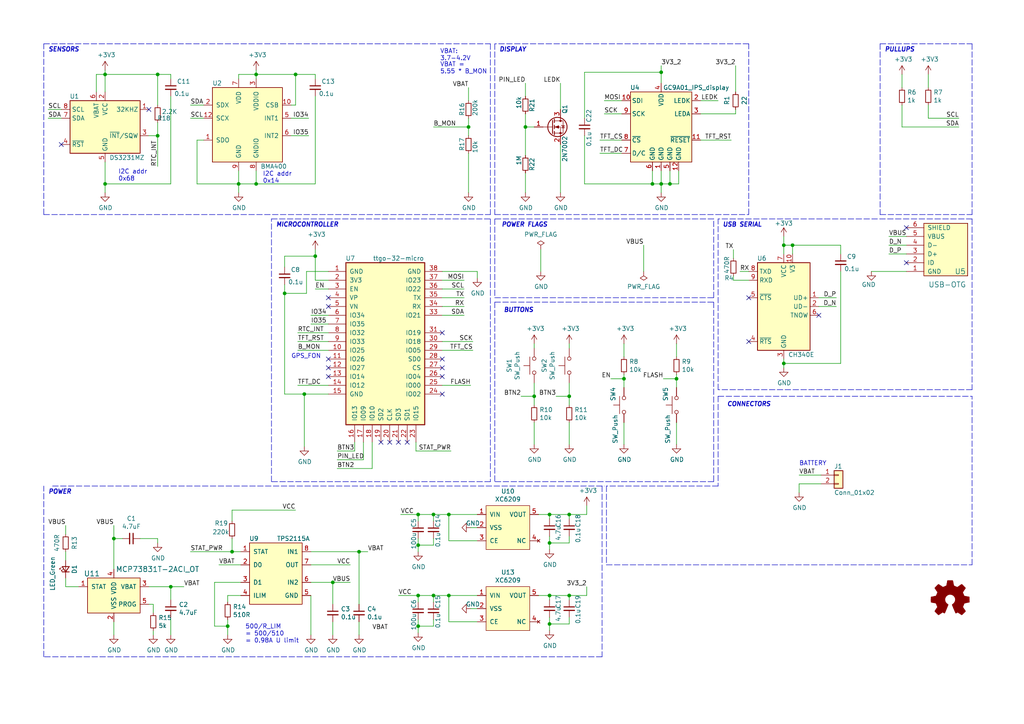
<source format=kicad_sch>
(kicad_sch (version 20211123) (generator eeschema)
  (paper "A4")
  (title_block (title "Open-Smartwatch-Light") (date "2021-02-18") (rev "3.3"))
  (junction (at 104.14 160.02))
  (junction (at 165.1 149.225))
  (junction (at 66.04 181.61))
  (junction (at 159.385 180.975))
  (junction (at 85.725 21.59))
  (junction (at 121.285 149.225))
  (junction (at 165.1 114.935))
  (junction (at 191.77 53.34))
  (junction (at 121.285 158.115))
  (junction (at 45.72 21.59))
  (junction (at 189.23 53.34))
  (junction (at 74.295 21.59))
  (junction (at 154.94 114.935))
  (junction (at 88.265 114.3))
  (junction (at 125.73 149.225))
  (junction (at 30.48 21.59))
  (junction (at 121.285 181.61))
  (junction (at 96.52 168.91))
  (junction (at 191.77 20.955))
  (junction (at 159.385 157.48))
  (junction (at 67.31 160.02))
  (junction (at 130.175 149.225))
  (junction (at 82.55 85.09))
  (junction (at 227.33 71.12))
  (junction (at 30.48 53.34))
  (junction (at 49.53 170.18))
  (junction (at 180.975 109.855))
  (junction (at 196.215 109.855))
  (junction (at 159.385 149.225))
  (junction (at 227.33 105.41))
  (junction (at 152.4 36.83))
  (junction (at 74.295 53.34))
  (junction (at 165.1 172.72))
  (junction (at 130.175 172.72))
  (junction (at 159.385 172.72))
  (junction (at 91.44 74.295))
  (junction (at 69.215 53.34))
  (junction (at 229.87 71.12))
  (junction (at 33.02 156.21))
  (junction (at 45.72 39.37))
  (junction (at 194.31 53.34))
  (junction (at 125.73 172.72))
  (junction (at 135.89 36.83))
  (junction (at 121.285 172.72))
  (no_connect (at 95.25 109.22))
  (no_connect (at 17.78 41.91))
  (no_connect (at 237.49 91.44))
  (no_connect (at 115.57 128.27))
  (no_connect (at 262.89 76.2))
  (no_connect (at 118.11 128.27))
  (no_connect (at 217.17 99.06))
  (no_connect (at 128.27 104.14))
  (no_connect (at 43.18 31.75))
  (no_connect (at 110.49 128.27))
  (no_connect (at 95.25 104.14))
  (no_connect (at 95.25 106.68))
  (no_connect (at 95.25 86.36))
  (no_connect (at 95.25 88.9))
  (no_connect (at 128.27 109.22))
  (no_connect (at 128.27 96.52))
  (no_connect (at 217.17 86.36))
  (no_connect (at 128.27 106.68))
  (no_connect (at 113.03 128.27))
  (no_connect (at 128.27 114.3))
  (no_connect (at 262.89 66.04))
  (wire (pts (xy 186.69 78.74) (xy 186.69 71.12)))
  (wire (pts (xy 90.17 160.02) (xy 104.14 160.02)))
  (wire (pts (xy 19.05 170.18) (xy 22.86 170.18)))
  (polyline (pts (xy 12.7 62.23) (xy 12.7 12.7)))
  (wire (pts (xy 128.27 99.06) (xy 137.16 99.06)))
  (polyline (pts (xy 143.51 62.23) (xy 217.17 62.23)))
  (wire (pts (xy 262.89 71.12) (xy 257.81 71.12)))
  (wire (pts (xy 69.215 53.34) (xy 69.215 55.88)))
  (wire (pts (xy 136.525 153.035) (xy 138.43 153.035)))
  (wire (pts (xy 194.31 49.53) (xy 194.31 53.34)))
  (wire (pts (xy 27.94 21.59) (xy 27.94 26.67)))
  (wire (pts (xy 227.33 106.68) (xy 227.33 105.41)))
  (wire (pts (xy 152.4 55.88) (xy 152.4 50.165)))
  (wire (pts (xy 121.285 156.21) (xy 121.285 158.115)))
  (wire (pts (xy 170.18 146.685) (xy 170.18 149.225)))
  (wire (pts (xy 107.95 128.27) (xy 107.95 135.89)))
  (wire (pts (xy 33.02 156.21) (xy 33.02 165.1)))
  (wire (pts (xy 269.24 34.29) (xy 278.13 34.29)))
  (wire (pts (xy 152.4 24.13) (xy 152.4 27.94)))
  (wire (pts (xy 69.215 22.86) (xy 69.215 21.59)))
  (wire (pts (xy 180.34 29.21) (xy 175.26 29.21)))
  (wire (pts (xy 105.41 133.35) (xy 105.41 128.27)))
  (wire (pts (xy 154.94 100.965) (xy 154.94 99.695)))
  (wire (pts (xy 161.29 114.935) (xy 165.1 114.935)))
  (polyline (pts (xy 207.01 87.63) (xy 207.01 139.7)))
  (wire (pts (xy 154.94 114.935) (xy 154.94 117.475)))
  (wire (pts (xy 159.385 172.72) (xy 159.385 173.99)))
  (wire (pts (xy 86.36 101.6) (xy 95.25 101.6)))
  (wire (pts (xy 130.175 149.225) (xy 138.43 149.225)))
  (wire (pts (xy 85.725 21.59) (xy 91.44 21.59)))
  (polyline (pts (xy 281.94 113.03) (xy 208.28 113.03)))
  (wire (pts (xy 165.1 114.935) (xy 165.1 111.125)))
  (wire (pts (xy 69.85 168.91) (xy 62.23 168.91)))
  (wire (pts (xy 30.48 20.32) (xy 30.48 21.59)))
  (wire (pts (xy 30.48 55.88) (xy 30.48 53.34)))
  (wire (pts (xy 69.85 172.72) (xy 66.04 172.72)))
  (wire (pts (xy 30.48 21.59) (xy 30.48 26.67)))
  (wire (pts (xy 151.13 114.935) (xy 154.94 114.935)))
  (wire (pts (xy 67.31 160.02) (xy 67.31 156.21)))
  (polyline (pts (xy 208.28 114.935) (xy 281.94 114.935)))
  (wire (pts (xy 121.285 181.61) (xy 121.285 183.515)))
  (wire (pts (xy 30.48 21.59) (xy 27.94 21.59)))
  (wire (pts (xy 194.31 53.34) (xy 191.77 53.34)))
  (wire (pts (xy 49.53 173.99) (xy 49.53 170.18)))
  (wire (pts (xy 45.72 21.59) (xy 49.53 21.59)))
  (wire (pts (xy 33.02 156.21) (xy 33.02 152.4)))
  (wire (pts (xy 154.94 128.905) (xy 154.94 122.555)))
  (wire (pts (xy 177.165 109.855) (xy 180.975 109.855)))
  (wire (pts (xy 165.1 149.225) (xy 165.1 150.495)))
  (wire (pts (xy 62.23 168.91) (xy 62.23 181.61)))
  (wire (pts (xy 238.125 137.795) (xy 231.775 137.795)))
  (wire (pts (xy 242.57 86.36) (xy 237.49 86.36)))
  (wire (pts (xy 82.55 85.09) (xy 82.55 82.55)))
  (wire (pts (xy 138.43 78.74) (xy 138.43 80.645)))
  (wire (pts (xy 214.63 78.74) (xy 217.17 78.74)))
  (wire (pts (xy 128.27 86.36) (xy 134.62 86.36)))
  (wire (pts (xy 67.31 151.13) (xy 67.31 147.955)))
  (wire (pts (xy 57.15 53.34) (xy 57.15 40.64)))
  (wire (pts (xy 121.285 158.115) (xy 121.285 160.02)))
  (wire (pts (xy 121.285 179.705) (xy 121.285 181.61)))
  (wire (pts (xy 180.34 40.64) (xy 173.99 40.64)))
  (wire (pts (xy 125.73 149.225) (xy 125.73 151.13)))
  (polyline (pts (xy 217.17 62.23) (xy 217.17 12.7)))
  (wire (pts (xy 121.285 181.61) (xy 125.73 181.61)))
  (wire (pts (xy 189.23 49.53) (xy 189.23 53.34)))
  (wire (pts (xy 125.73 158.115) (xy 125.73 156.21)))
  (wire (pts (xy 95.25 111.76) (xy 86.36 111.76)))
  (wire (pts (xy 180.975 112.395) (xy 180.975 109.855)))
  (polyline (pts (xy 143.51 87.63) (xy 207.01 87.63)))
  (polyline (pts (xy 208.28 140.97) (xy 175.895 140.97)))
  (wire (pts (xy 74.295 53.34) (xy 91.44 53.34)))
  (wire (pts (xy 49.53 27.94) (xy 49.53 53.34)))
  (wire (pts (xy 19.05 152.4) (xy 19.05 154.94)))
  (polyline (pts (xy 175.895 140.97) (xy 175.895 163.83)))
  (wire (pts (xy 128.27 91.44) (xy 134.62 91.44)))
  (wire (pts (xy 135.89 36.83) (xy 135.89 39.37)))
  (wire (pts (xy 121.285 149.225) (xy 121.285 151.13)))
  (wire (pts (xy 102.87 130.81) (xy 97.79 130.81)))
  (wire (pts (xy 257.81 73.66) (xy 262.89 73.66)))
  (wire (pts (xy 136.525 176.53) (xy 138.43 176.53)))
  (polyline (pts (xy 175.895 163.83) (xy 281.94 163.83)))
  (wire (pts (xy 91.44 74.295) (xy 91.44 72.39)))
  (wire (pts (xy 125.73 181.61) (xy 125.73 179.705)))
  (wire (pts (xy 74.295 21.59) (xy 85.725 21.59)))
  (wire (pts (xy 180.34 44.45) (xy 173.99 44.45)))
  (wire (pts (xy 102.87 128.27) (xy 102.87 130.81)))
  (polyline (pts (xy 208.28 113.03) (xy 208.28 63.5)))
  (wire (pts (xy 121.285 149.225) (xy 125.73 149.225)))
  (wire (pts (xy 261.62 30.48) (xy 261.62 36.83)))
  (wire (pts (xy 74.295 21.59) (xy 74.295 22.86)))
  (wire (pts (xy 95.25 78.74) (xy 88.9 78.74)))
  (wire (pts (xy 130.175 172.72) (xy 138.43 172.72)))
  (wire (pts (xy 138.43 156.845) (xy 130.175 156.845)))
  (wire (pts (xy 165.1 128.905) (xy 165.1 122.555)))
  (wire (pts (xy 191.77 20.955) (xy 191.77 24.13)))
  (wire (pts (xy 96.52 168.91) (xy 90.17 168.91)))
  (wire (pts (xy 88.9 78.74) (xy 88.9 85.09)))
  (wire (pts (xy 152.4 36.83) (xy 152.4 45.085)))
  (wire (pts (xy 196.215 103.505) (xy 196.215 99.695)))
  (wire (pts (xy 135.89 44.45) (xy 135.89 55.88)))
  (wire (pts (xy 90.17 184.15) (xy 90.17 172.72)))
  (wire (pts (xy 269.24 21.59) (xy 269.24 25.4)))
  (wire (pts (xy 67.31 147.955) (xy 85.725 147.955)))
  (wire (pts (xy 66.04 172.72) (xy 66.04 174.625)))
  (wire (pts (xy 196.215 108.585) (xy 196.215 109.855)))
  (polyline (pts (xy 255.27 12.7) (xy 255.27 62.23)))
  (wire (pts (xy 165.1 180.975) (xy 159.385 180.975)))
  (wire (pts (xy 95.25 83.82) (xy 91.44 83.82)))
  (polyline (pts (xy 143.51 63.5) (xy 143.51 86.36)))
  (wire (pts (xy 159.385 179.07) (xy 159.385 180.975)))
  (wire (pts (xy 213.36 33.02) (xy 203.2 33.02)))
  (wire (pts (xy 128.27 83.82) (xy 134.62 83.82)))
  (wire (pts (xy 180.975 109.855) (xy 180.975 108.585)))
  (wire (pts (xy 252.73 78.74) (xy 262.89 78.74)))
  (wire (pts (xy 128.27 88.9) (xy 134.62 88.9)))
  (wire (pts (xy 63.5 163.83) (xy 69.85 163.83)))
  (wire (pts (xy 104.14 184.15) (xy 104.14 180.34)))
  (wire (pts (xy 30.48 21.59) (xy 45.72 21.59)))
  (wire (pts (xy 13.97 31.75) (xy 17.78 31.75)))
  (wire (pts (xy 82.55 85.09) (xy 82.55 114.3)))
  (wire (pts (xy 49.53 21.59) (xy 49.53 22.86)))
  (wire (pts (xy 170.18 172.72) (xy 170.18 170.18)))
  (wire (pts (xy 243.84 78.74) (xy 243.84 105.41)))
  (wire (pts (xy 95.25 114.3) (xy 88.265 114.3)))
  (wire (pts (xy 97.79 133.35) (xy 105.41 133.35)))
  (wire (pts (xy 159.385 180.975) (xy 159.385 182.88)))
  (wire (pts (xy 135.89 34.29) (xy 135.89 36.83)))
  (wire (pts (xy 95.25 91.44) (xy 90.17 91.44)))
  (wire (pts (xy 95.25 93.98) (xy 90.17 93.98)))
  (wire (pts (xy 125.73 172.72) (xy 125.73 174.625)))
  (polyline (pts (xy 174.625 190.5) (xy 12.7 190.5)))
  (polyline (pts (xy 208.28 114.935) (xy 208.28 140.97)))
  (wire (pts (xy 101.6 163.83) (xy 90.17 163.83)))
  (wire (pts (xy 84.455 39.37) (xy 89.535 39.37)))
  (wire (pts (xy 169.545 20.955) (xy 169.545 34.29)))
  (wire (pts (xy 227.33 105.41) (xy 227.33 104.14)))
  (wire (pts (xy 45.72 21.59) (xy 45.72 30.48)))
  (wire (pts (xy 69.215 53.34) (xy 57.15 53.34)))
  (wire (pts (xy 62.23 181.61) (xy 66.04 181.61)))
  (wire (pts (xy 180.34 33.02) (xy 175.26 33.02)))
  (wire (pts (xy 159.385 172.72) (xy 165.1 172.72)))
  (polyline (pts (xy 142.24 12.7) (xy 142.24 62.23)))
  (polyline (pts (xy 143.51 87.63) (xy 143.51 139.7)))
  (wire (pts (xy 45.72 156.21) (xy 45.72 157.48)))
  (wire (pts (xy 57.15 40.64) (xy 59.055 40.64)))
  (wire (pts (xy 227.33 68.58) (xy 227.33 71.12)))
  (wire (pts (xy 96.52 168.91) (xy 96.52 175.26)))
  (wire (pts (xy 238.125 140.335) (xy 231.775 140.335)))
  (wire (pts (xy 121.285 172.72) (xy 121.285 174.625)))
  (polyline (pts (xy 207.01 63.5) (xy 143.51 63.5)))
  (wire (pts (xy 125.73 149.225) (xy 130.175 149.225)))
  (wire (pts (xy 116.205 149.225) (xy 121.285 149.225)))
  (polyline (pts (xy 15.24 140.97) (xy 175.26 140.97)))
  (wire (pts (xy 91.44 21.59) (xy 91.44 22.86)))
  (wire (pts (xy 43.18 39.37) (xy 45.72 39.37)))
  (wire (pts (xy 162.56 24.13) (xy 162.56 31.75)))
  (wire (pts (xy 82.55 114.3) (xy 88.265 114.3)))
  (wire (pts (xy 121.285 172.72) (xy 125.73 172.72)))
  (wire (pts (xy 55.245 30.48) (xy 59.055 30.48)))
  (wire (pts (xy 191.77 49.53) (xy 191.77 53.34)))
  (wire (pts (xy 162.56 55.88) (xy 162.56 41.91)))
  (wire (pts (xy 35.56 156.21) (xy 33.02 156.21)))
  (wire (pts (xy 85.725 30.48) (xy 84.455 30.48)))
  (wire (pts (xy 165.1 117.475) (xy 165.1 114.935)))
  (wire (pts (xy 212.725 81.28) (xy 217.17 81.28)))
  (polyline (pts (xy 217.17 12.7) (xy 143.51 12.7)))
  (wire (pts (xy 95.25 99.06) (xy 86.36 99.06)))
  (wire (pts (xy 152.4 36.83) (xy 154.94 36.83)))
  (wire (pts (xy 55.245 160.02) (xy 67.31 160.02)))
  (wire (pts (xy 180.975 99.695) (xy 180.975 103.505)))
  (polyline (pts (xy 78.74 139.7) (xy 78.74 63.5)))
  (wire (pts (xy 180.975 128.905) (xy 180.975 122.555)))
  (polyline (pts (xy 207.01 139.7) (xy 143.51 139.7)))
  (wire (pts (xy 165.1 172.72) (xy 170.18 172.72)))
  (wire (pts (xy 49.53 170.18) (xy 43.18 170.18)))
  (polyline (pts (xy 281.94 12.7) (xy 281.94 62.23)))
  (wire (pts (xy 95.25 81.28) (xy 91.44 81.28)))
  (wire (pts (xy 159.385 149.225) (xy 165.1 149.225)))
  (wire (pts (xy 156.21 172.72) (xy 159.385 172.72)))
  (wire (pts (xy 156.845 72.39) (xy 156.845 78.74)))
  (wire (pts (xy 13.97 34.29) (xy 17.78 34.29)))
  (polyline (pts (xy 12.7 62.23) (xy 142.24 62.23)))
  (polyline (pts (xy 281.94 63.5) (xy 281.94 113.03)))
  (wire (pts (xy 191.77 53.34) (xy 191.77 55.88)))
  (wire (pts (xy 261.62 21.59) (xy 261.62 25.4)))
  (wire (pts (xy 85.725 21.59) (xy 85.725 30.48)))
  (wire (pts (xy 227.33 71.12) (xy 227.33 73.66)))
  (polyline (pts (xy 142.24 139.7) (xy 78.74 139.7)))
  (wire (pts (xy 88.9 85.09) (xy 82.55 85.09)))
  (polyline (pts (xy 143.51 12.7) (xy 143.51 62.23)))
  (wire (pts (xy 231.775 140.335) (xy 231.775 142.875)))
  (wire (pts (xy 165.1 172.72) (xy 165.1 173.99)))
  (wire (pts (xy 120.65 128.27) (xy 120.65 130.81)))
  (wire (pts (xy 19.05 167.64) (xy 19.05 170.18)))
  (wire (pts (xy 91.44 81.28) (xy 91.44 74.295)))
  (wire (pts (xy 44.45 184.15) (xy 44.45 182.88)))
  (wire (pts (xy 74.295 49.53) (xy 74.295 53.34)))
  (wire (pts (xy 196.85 53.34) (xy 194.31 53.34)))
  (wire (pts (xy 196.215 109.855) (xy 196.215 112.395)))
  (polyline (pts (xy 174.625 140.97) (xy 174.625 190.5)))
  (wire (pts (xy 82.55 74.295) (xy 82.55 77.47)))
  (wire (pts (xy 33.02 184.15) (xy 33.02 180.34)))
  (wire (pts (xy 44.45 177.8) (xy 44.45 175.26)))
  (wire (pts (xy 40.64 156.21) (xy 45.72 156.21)))
  (wire (pts (xy 101.6 168.91) (xy 96.52 168.91)))
  (wire (pts (xy 66.04 184.15) (xy 66.04 181.61)))
  (wire (pts (xy 227.33 71.12) (xy 229.87 71.12)))
  (polyline (pts (xy 255.27 12.7) (xy 281.94 12.7)))
  (wire (pts (xy 165.1 99.695) (xy 165.1 100.965)))
  (polyline (pts (xy 281.94 63.5) (xy 208.28 63.5)))
  (wire (pts (xy 74.295 20.32) (xy 74.295 21.59)))
  (wire (pts (xy 45.72 35.56) (xy 45.72 39.37)))
  (wire (pts (xy 130.175 149.225) (xy 130.175 156.845)))
  (wire (pts (xy 165.1 149.225) (xy 170.18 149.225)))
  (wire (pts (xy 154.94 111.125) (xy 154.94 114.935)))
  (wire (pts (xy 165.1 179.07) (xy 165.1 180.975)))
  (wire (pts (xy 196.215 128.905) (xy 196.215 122.555)))
  (wire (pts (xy 84.455 34.29) (xy 89.535 34.29)))
  (wire (pts (xy 269.24 30.48) (xy 269.24 34.29)))
  (wire (pts (xy 212.725 72.39) (xy 212.725 74.93)))
  (wire (pts (xy 74.295 53.34) (xy 69.215 53.34)))
  (wire (pts (xy 44.45 175.26) (xy 43.18 175.26)))
  (polyline (pts (xy 281.94 163.83) (xy 281.94 114.935)))
  (polyline (pts (xy 78.74 63.5) (xy 142.24 63.5)))
  (wire (pts (xy 30.48 53.34) (xy 30.48 46.99)))
  (wire (pts (xy 120.65 130.81) (xy 130.81 130.81)))
  (wire (pts (xy 128.27 111.76) (xy 136.525 111.76)))
  (wire (pts (xy 196.215 109.855) (xy 192.405 109.855)))
  (wire (pts (xy 257.81 68.58) (xy 262.89 68.58)))
  (wire (pts (xy 156.21 149.225) (xy 159.385 149.225)))
  (wire (pts (xy 212.725 80.01) (xy 212.725 81.28)))
  (wire (pts (xy 159.385 157.48) (xy 159.385 159.385)))
  (wire (pts (xy 135.89 36.83) (xy 125.73 36.83)))
  (wire (pts (xy 191.77 20.955) (xy 169.545 20.955)))
  (wire (pts (xy 165.1 155.575) (xy 165.1 157.48)))
  (wire (pts (xy 69.215 49.53) (xy 69.215 53.34)))
  (wire (pts (xy 191.77 19.05) (xy 191.77 20.955)))
  (wire (pts (xy 128.27 78.74) (xy 138.43 78.74)))
  (polyline (pts (xy 142.24 63.5) (xy 142.24 139.7)))
  (wire (pts (xy 159.385 149.225) (xy 159.385 150.495)))
  (wire (pts (xy 213.36 31.75) (xy 213.36 33.02)))
  (wire (pts (xy 130.175 172.72) (xy 130.175 180.34)))
  (wire (pts (xy 203.2 40.64) (xy 212.09 40.64)))
  (wire (pts (xy 91.44 74.295) (xy 82.55 74.295)))
  (polyline (pts (xy 12.7 190.5) (xy 12.7 140.97)))
  (wire (pts (xy 152.4 33.02) (xy 152.4 36.83)))
  (wire (pts (xy 242.57 88.9) (xy 237.49 88.9)))
  (wire (pts (xy 67.31 160.02) (xy 69.85 160.02)))
  (polyline (pts (xy 143.51 86.36) (xy 207.01 86.36)))
  (polyline (pts (xy 12.7 12.7) (xy 142.24 12.7)))
  (wire (pts (xy 135.89 29.21) (xy 135.89 25.4)))
  (wire (pts (xy 169.545 39.37) (xy 169.545 53.34)))
  (wire (pts (xy 229.87 71.12) (xy 229.87 73.66)))
  (wire (pts (xy 213.36 26.67) (xy 213.36 19.05)))
  (polyline (pts (xy 207.01 86.36) (xy 207.01 63.5)))
  (wire (pts (xy 159.385 155.575) (xy 159.385 157.48)))
  (wire (pts (xy 45.72 39.37) (xy 45.72 48.26)))
  (wire (pts (xy 96.52 184.15) (xy 96.52 180.34)))
  (wire (pts (xy 95.25 96.52) (xy 86.36 96.52)))
  (wire (pts (xy 138.43 180.34) (xy 130.175 180.34)))
  (wire (pts (xy 49.53 184.15) (xy 49.53 179.07)))
  (wire (pts (xy 69.215 21.59) (xy 74.295 21.59)))
  (wire (pts (xy 55.245 34.29) (xy 59.055 34.29)))
  (wire (pts (xy 191.77 53.34) (xy 189.23 53.34)))
  (wire (pts (xy 165.1 157.48) (xy 159.385 157.48)))
  (wire (pts (xy 88.265 114.3) (xy 88.265 129.54)))
  (wire (pts (xy 53.34 170.18) (xy 49.53 170.18)))
  (wire (pts (xy 115.57 172.72) (xy 121.285 172.72)))
  (wire (pts (xy 261.62 36.83) (xy 278.13 36.83)))
  (wire (pts (xy 91.44 53.34) (xy 91.44 27.94)))
  (wire (pts (xy 208.28 29.21) (xy 203.2 29.21)))
  (wire (pts (xy 104.14 160.02) (xy 106.68 160.02)))
  (wire (pts (xy 121.285 158.115) (xy 125.73 158.115)))
  (wire (pts (xy 97.79 135.89) (xy 107.95 135.89)))
  (wire (pts (xy 104.14 175.26) (xy 104.14 160.02)))
  (wire (pts (xy 196.85 49.53) (xy 196.85 53.34)))
  (wire (pts (xy 125.73 172.72) (xy 130.175 172.72)))
  (wire (pts (xy 19.05 160.02) (xy 19.05 162.56)))
  (wire (pts (xy 243.84 105.41) (xy 227.33 105.41)))
  (wire (pts (xy 66.04 181.61) (xy 66.04 179.705)))
  (wire (pts (xy 243.84 71.12) (xy 243.84 73.66)))
  (wire (pts (xy 229.87 71.12) (xy 243.84 71.12)))
  (wire (pts (xy 128.27 101.6) (xy 137.16 101.6)))
  (wire (pts (xy 128.27 81.28) (xy 134.62 81.28)))
  (wire (pts (xy 49.53 53.34) (xy 30.48 53.34)))
  (polyline (pts (xy 255.27 62.23) (xy 281.94 62.23)))
  (wire (pts (xy 169.545 53.34) (xy 189.23 53.34)))
  (text "DISPLAY" (at 144.78 15.24 0) (effects (font (size 1.27 1.27) (thickness 0.254) bold italic) (justify left bottom)))
  (text "I2C addr\n0x68" (at 34.29 52.705 0) (effects (font (size 1.27 1.27)) (justify left bottom)))
  (text "VBAT:\n3.7-4.2V" (at 127.635 17.78 0) (effects (font (size 1.27 1.27)) (justify left bottom)))
  (text "PULLUPS" (at 256.54 15.24 0) (effects (font (size 1.27 1.27) (thickness 0.254) bold italic) (justify left bottom)))
  (text "USB SERIAL" (at 209.55 66.04 0) (effects (font (size 1.27 1.27) (thickness 0.254) bold italic) (justify left bottom)))
  (text "VBAT =\n5.55 * B_MON\n" (at 127.635 21.59 0) (effects (font (size 1.27 1.27)) (justify left bottom)))
  (text "I2C addr\n0x14" (at 76.2 53.34 0) (effects (font (size 1.27 1.27)) (justify left bottom)))
  (text "SENSORS" (at 13.97 15.24 0) (effects (font (size 1.27 1.27) (thickness 0.254) bold italic) (justify left bottom)))
  (text "CONNECTORS" (at 210.82 118.11 0) (effects (font (size 1.27 1.27) (thickness 0.254) bold italic) (justify left bottom)))
  (text "500/R_LIM\n= 500/510\n= 0.98A U limit" (at 71.12 186.69 0) (effects (font (size 1.27 1.27)) (justify left bottom)))
  (text "POWER" (at 13.97 143.51 0) (effects (font (size 1.27 1.27) (thickness 0.254) bold italic) (justify left bottom)))
  (text "POWER FLAGS" (at 145.415 66.04 0) (effects (font (size 1.27 1.27) (thickness 0.254) bold italic) (justify left bottom)))
  (text "MICROCONTROLLER" (at 80.01 66.04 0) (effects (font (size 1.27 1.27) (thickness 0.254) bold italic) (justify left bottom)))
  (text "BATTERY" (at 231.775 135.255 0) (effects (font (size 1.27 1.27)) (justify left bottom)))
  (text "BUTTONS" (at 146.05 90.805 0) (effects (font (size 1.27 1.27) (thickness 0.254) bold italic) (justify left bottom)))
  (text "GPS_FON" (at 84.455 104.14 0) (effects (font (size 1.27 1.27)) (justify left bottom)))
  (label "RTC_INT" (at 45.72 48.26 90))
  (label "SDA" (at 55.245 30.48 0))
  (label "MOSI" (at 175.26 29.21 0))
  (label "FLASH" (at 136.525 111.76 180))
  (label "IO34" (at 90.17 91.44 0))
  (label "LEDK" (at 162.56 24.13 180))
  (label "VBAT" (at 106.68 160.02 0))
  (label "VBAT" (at 107.95 182.88 0))
  (label "TFT_RST" (at 86.36 99.06 0))
  (label "D_N" (at 257.81 71.12 0))
  (label "SDA" (at 278.13 36.83 180))
  (label "VCC" (at 101.6 163.83 180))
  (label "LEDK" (at 208.28 29.21 180))
  (label "IO35" (at 89.535 39.37 180))
  (label "BTN3" (at 161.29 114.935 180))
  (label "SCL" (at 134.62 83.82 180))
  (label "SCL" (at 55.245 34.29 0))
  (label "EN" (at 177.165 109.855 180))
  (label "3V3_2" (at 191.77 19.05 0))
  (label "SDA" (at 13.97 34.29 0))
  (label "TFT_DC" (at 173.99 44.45 0))
  (label "IO34" (at 89.535 34.29 180))
  (label "VBUS" (at 19.05 152.4 180))
  (label "VBAT" (at 63.5 163.83 0))
  (label "TFT_CS" (at 173.99 40.64 0))
  (label "TFT_CS" (at 137.16 101.6 180))
  (label "VCC" (at 85.725 147.955 180))
  (label "D_P" (at 242.57 86.36 180))
  (label "RTC_INT" (at 86.36 96.52 0))
  (label "MOSI" (at 134.62 81.28 180))
  (label "STAT_PWR" (at 55.245 160.02 0))
  (label "TFT_DC" (at 86.36 111.76 0))
  (label "SCL" (at 278.13 34.29 180))
  (label "BTN2" (at 151.13 114.935 180))
  (label "SCL" (at 13.97 31.75 0))
  (label "BTN2" (at 97.79 135.89 0))
  (label "VBUS" (at 257.81 68.58 0))
  (label "VBAT" (at 135.89 25.4 180))
  (label "SDA" (at 134.62 91.44 180))
  (label "B_MON" (at 86.36 101.6 0))
  (label "VCC" (at 115.57 172.72 0))
  (label "SCK" (at 137.16 99.06 180))
  (label "D_N" (at 242.57 88.9 180))
  (label "FLASH" (at 192.405 109.855 180))
  (label "VBAT" (at 231.775 137.795 0))
  (label "VCC" (at 116.205 149.225 0))
  (label "RX" (at 134.62 88.9 180))
  (label "VBAT" (at 53.34 170.18 0))
  (label "BTN3" (at 97.79 130.81 0))
  (label "EN" (at 91.44 83.82 0))
  (label "VBUS" (at 33.02 152.4 180))
  (label "PIN_LED" (at 152.4 24.13 180))
  (label "B_MON" (at 125.73 36.83 0))
  (label "VBUS" (at 101.6 168.91 180))
  (label "3V3_2" (at 213.36 19.05 180))
  (label "TFT_RST" (at 212.09 40.64 180))
  (label "PIN_LED" (at 97.79 133.35 0))
  (label "D_P" (at 257.81 73.66 0))
  (label "RX" (at 214.63 78.74 0))
  (label "IO35" (at 90.17 93.98 0))
  (label "SCK" (at 175.26 33.02 0))
  (label "TX" (at 134.62 86.36 180))
  (label "3V3_2" (at 170.18 170.18 180))
  (label "TX" (at 212.725 72.39 180))
  (label "VBUS" (at 186.69 71.12 180))
  (label "STAT_PWR" (at 130.81 130.81 180))
  (symbol (lib_id "open-Smartwatch:GC9A01_IPS_display_SPI") (at 191.77 36.83 0) (unit 1)
    (property "Reference" "U4" (at 184.15 25.4 0))
    (property "Value" "GC9A01_IPS_display" (at 201.93 25.4 0))
    (property "Footprint" "open-Smartwatch:GC9A01_IPS_display" (effects hide))
  )
  (symbol (lib_id "open-Smartwatch:ttgo-32-micro") (at 111.76 96.52 0) (unit 1)
    (property "Reference" "U7" (at 101.6 74.93 0))
    (property "Value" "ttgo-32-micro" (at 115.57 74.93 0))
    (property "Footprint" "open-Smartwatch:ttgo-32-micro" (effects hide))
  )
  (symbol (lib_id "open-Smartwatch:USB-OTG") (at 269.24 68.58 0) (mirror x) (unit 1)
    (property "Reference" "U5" (at 276.86 78.74 0) (effects (font (size 1.524 1.524)) (justify left)))
    (property "Value" "USB-OTG" (at 269.24 82.55 0) (effects (font (size 1.524 1.524)) (justify left)))
    (property "Footprint" "open-Smartwatch:USBmicro-B" (effects hide))
  )
  (symbol (lib_id "Switch:SW_Push") (at 180.975 117.475 90) (unit 1)
    (property "Reference" "SW4" (at 177.8 114.3 0))
    (property "Value" "SW_Push" (at 178.435 124.46 0))
    (property "Footprint" "open-Smartwatch:button_side_smd" (effects hide))
  )
  (symbol (lib_id "Switch:SW_Push") (at 196.215 117.475 90) (unit 1)
    (property "Reference" "SW5" (at 193.04 114.3 0))
    (property "Value" "SW_Push" (at 193.675 124.46 0))
    (property "Footprint" "open-Smartwatch:button_side_smd" (effects hide))
  )
  (symbol (lib_id "Switch:SW_Push") (at 154.94 106.045 90) (unit 1)
    (property "Reference" "SW1" (at 147.701 106.045 0))
    (property "Value" "SW_Push" (at 150.0124 106.045 0))
    (property "Footprint" "open-Smartwatch:button_side_smd" (effects hide))
  )
  (symbol (lib_id "Switch:SW_Push") (at 165.1 106.045 90) (unit 1)
    (property "Reference" "SW2" (at 157.861 106.045 0))
    (property "Value" "SW_Push" (at 160.1724 106.045 0))
    (property "Footprint" "open-Smartwatch:button_side_smd" (effects hide))
  )
  (symbol (lib_id "power:+3V3") (at 180.975 99.695 0) (unit 1)
    (property "Reference" "#PWR030" (effects hide))
    (property "Value" "+3V3" (at 181.356 95.3008 0))
  )
  (symbol (lib_id "Device:R_Small") (at 180.975 106.045 0) (unit 1)
    (property "Reference" "R8" (at 182.4736 104.8766 0) (effects (justify left)))
    (property "Value" "10k" (at 182.4736 107.188 0) (effects (justify left)))
    (property "Footprint" "Resistor_SMD:R_0603_1608Metric" (effects hide))
  )
  (symbol (lib_id "power:GND") (at 180.975 128.905 0) (unit 1)
    (property "Reference" "#PWR038" (effects hide))
    (property "Value" "GND" (at 181.102 133.2992 0))
  )
  (symbol (lib_id "Device:R_Small") (at 196.215 106.045 0) (unit 1)
    (property "Reference" "R9" (at 197.7136 104.8766 0) (effects (justify left)))
    (property "Value" "10k" (at 197.7136 107.188 0) (effects (justify left)))
    (property "Footprint" "Resistor_SMD:R_0603_1608Metric" (effects hide))
  )
  (symbol (lib_id "power:+3V3") (at 196.215 99.695 0) (unit 1)
    (property "Reference" "#PWR031" (effects hide))
    (property "Value" "+3V3" (at 196.596 95.3008 0))
  )
  (symbol (lib_id "power:GND") (at 196.215 128.905 0) (unit 1)
    (property "Reference" "#PWR039" (effects hide))
    (property "Value" "GND" (at 196.342 133.2992 0))
  )
  (symbol (lib_id "open-Smartwatch:CH340E") (at 227.33 88.9 0) (mirror y) (unit 1)
    (property "Reference" "U6" (at 220.98 74.93 0))
    (property "Value" "CH340E" (at 232.41 102.87 0))
    (property "Footprint" "open-Smartwatch:MSOP-10_3x3mm_P0.5mm" (effects hide))
    (property "Datasheet" "https://www.mpja.com/download/35227cpdata.pdf" (effects hide))
  )
  (symbol (lib_id "power:GND") (at 227.33 106.68 0) (unit 1)
    (property "Reference" "#PWR025" (effects hide))
    (property "Value" "GND" (at 227.457 111.0742 0))
  )
  (symbol (lib_id "power:+3V3") (at 227.33 68.58 0) (unit 1)
    (property "Reference" "#PWR015" (effects hide))
    (property "Value" "+3V3" (at 227.33 64.77 0))
  )
  (symbol (lib_id "power:GND") (at 252.73 78.74 0) (unit 1)
    (property "Reference" "#PWR024" (effects hide))
    (property "Value" "GND" (at 254 82.55 0) (effects (justify right)))
  )
  (symbol (lib_id "open-Smartwatch:TPS2115A_default") (at 80.01 166.37 0) (unit 1)
    (property "Reference" "U9" (at 73.66 156.21 0))
    (property "Value" "TPS2115A" (at 85.09 156.21 0))
    (property "Footprint" "open-Smartwatch:TSSOP-8_4.4x3mm_P0.65mm" (effects hide))
    (property "Datasheet" "https://www.ti.com/lit/ds/symlink/tps2114a.pdf?HQS=TI-null-null-digikeymode-df-pf-null-wwe&ts=1599026024238" (effects hide))
    (property "DigiKey_PN" "296-16940-1-ND" (effects hide))
    (property "Manufacturer" "Texas Instruments" (effects hide))
    (property "MPN" "TPS2115APWR" (effects hide))
  )
  (symbol (lib_id "open-Smartwatch:MCP73831T-2ACI_OT") (at 33.02 172.72 0) (unit 1)
    (property "Reference" "U11" (at 26.67 166.37 0) (effects (font (size 1.524 1.524))))
    (property "Value" "MCP73831T-2ACI_OT" (at 45.72 165.1 0) (effects (font (size 1.524 1.524))))
    (property "Footprint" "open-Smartwatch:SOT-23-5" (effects hide))
    (property "Datasheet" "http://ww1.microchip.com/downloads/en/DeviceDoc/20001984g.pdf" (effects hide))
    (property "Digi-Key_PN" "MCP73831T-2ACI/OTCT-ND" (effects hide))
    (property "MPN" "MCP73831T-2ACI/OT" (effects hide))
    (property "Manufacturer" "Microchip Technology" (effects hide))
  )
  (symbol (lib_id "power:GND") (at 33.02 184.15 0) (unit 1)
    (property "Reference" "#PWR043" (effects hide))
    (property "Value" "GND" (at 33.147 188.5442 0))
  )
  (symbol (lib_id "Device:R_Small") (at 19.05 157.48 180) (unit 1)
    (property "Reference" "R13" (at 21.59 157.48 90))
    (property "Value" "470R" (at 16.51 157.48 90))
    (property "Footprint" "Resistor_SMD:R_0603_1608Metric" (effects hide))
  )
  (symbol (lib_id "Device:LED_Small") (at 19.05 165.1 90) (unit 1)
    (property "Reference" "D1" (at 21.59 165.1 0))
    (property "Value" "LED_Green" (at 15.24 166.37 0))
    (property "Footprint" "LED_SMD:LED_0805_2012Metric" (effects hide))
  )
  (symbol (lib_id "Device:C_Small") (at 49.53 176.53 0) (unit 1)
    (property "Reference" "C2" (at 51.8668 175.3616 0) (effects (justify left)))
    (property "Value" "4.7uF" (at 51.8668 177.673 0) (effects (justify left)))
    (property "Footprint" "Capacitor_SMD:C_0603_1608Metric" (effects hide))
  )
  (symbol (lib_id "power:GND") (at 49.53 184.15 0) (unit 1)
    (property "Reference" "#PWR045" (effects hide))
    (property "Value" "GND" (at 49.657 188.5442 0))
  )
  (symbol (lib_id "Device:C_Small") (at 38.1 156.21 270) (unit 1)
    (property "Reference" "C1" (at 38.1 150.3934 90))
    (property "Value" "4.7uF" (at 38.1 152.7048 90))
    (property "Footprint" "Capacitor_SMD:C_0603_1608Metric" (effects hide))
  )
  (symbol (lib_id "power:GND") (at 45.72 157.48 0) (unit 1)
    (property "Reference" "#PWR041" (effects hide))
    (property "Value" "GND" (at 45.847 161.8742 0))
  )
  (symbol (lib_id "Device:R_Small") (at 44.45 180.34 0) (unit 1)
    (property "Reference" "R15" (at 45.9486 179.1716 0) (effects (justify left)))
    (property "Value" "5k" (at 45.9486 181.483 0) (effects (justify left)))
    (property "Footprint" "Resistor_SMD:R_0603_1608Metric" (effects hide))
  )
  (symbol (lib_id "power:GND") (at 44.45 184.15 0) (unit 1)
    (property "Reference" "#PWR044" (effects hide))
    (property "Value" "GND" (at 44.577 188.5442 0))
  )
  (symbol (lib_id "Device:R_Small") (at 212.725 77.47 180) (unit 1)
    (property "Reference" "R4" (at 211.455 80.645 0))
    (property "Value" "470R" (at 210.82 76.835 90))
    (property "Footprint" "Resistor_SMD:R_0603_1608Metric" (effects hide))
  )
  (symbol (lib_id "Device:C_Small") (at 96.52 177.8 0) (unit 1)
    (property "Reference" "C3" (at 98.8568 176.6316 0) (effects (justify left)))
    (property "Value" "0.1u" (at 98.8568 178.943 0) (effects (justify left)))
    (property "Footprint" "Capacitor_SMD:C_0603_1608Metric" (effects hide))
  )
  (symbol (lib_id "Device:C_Small") (at 104.14 177.8 0) (unit 1)
    (property "Reference" "C4" (at 106.4768 176.6316 0) (effects (justify left)))
    (property "Value" "0.1u" (at 106.4768 178.943 0) (effects (justify left)))
    (property "Footprint" "Capacitor_SMD:C_0603_1608Metric" (effects hide))
  )
  (symbol (lib_id "power:GND") (at 104.14 184.15 0) (unit 1)
    (property "Reference" "#PWR049" (effects hide))
    (property "Value" "GND" (at 104.267 188.5442 0))
  )
  (symbol (lib_id "power:GND") (at 96.52 184.15 0) (unit 1)
    (property "Reference" "#PWR048" (effects hide))
    (property "Value" "GND" (at 96.647 188.5442 0))
  )
  (symbol (lib_id "power:GND") (at 90.17 184.15 0) (unit 1)
    (property "Reference" "#PWR047" (effects hide))
    (property "Value" "GND" (at 90.297 188.5442 0))
  )
  (symbol (lib_id "Device:R_Small") (at 66.04 177.165 0) (unit 1)
    (property "Reference" "R14" (at 67.5386 175.9966 0) (effects (justify left)))
    (property "Value" "510R" (at 67.5386 178.308 0) (effects (justify left)))
    (property "Footprint" "Resistor_SMD:R_0603_1608Metric" (effects hide))
  )
  (symbol (lib_id "power:GND") (at 66.04 184.15 0) (unit 1)
    (property "Reference" "#PWR046" (effects hide))
    (property "Value" "GND" (at 66.167 188.5442 0))
  )
  (symbol (lib_id "Device:R_Small") (at 67.31 153.67 0) (unit 1)
    (property "Reference" "R19" (at 62.23 151.765 0) (effects (justify left)))
    (property "Value" "220k" (at 61.595 154.305 0) (effects (justify left)))
    (property "Footprint" "Resistor_SMD:R_0603_1608Metric" (effects hide))
  )
  (symbol (lib_id "Device:R_Small") (at 154.94 120.015 0) (unit 1)
    (property "Reference" "R10" (at 156.4386 118.8466 0) (effects (justify left)))
    (property "Value" "10k" (at 156.4386 121.158 0) (effects (justify left)))
    (property "Footprint" "Resistor_SMD:R_0603_1608Metric" (effects hide))
  )
  (symbol (lib_id "Device:R_Small") (at 165.1 120.015 0) (unit 1)
    (property "Reference" "R11" (at 166.5986 118.8466 0) (effects (justify left)))
    (property "Value" "10k" (at 166.5986 121.158 0) (effects (justify left)))
    (property "Footprint" "Resistor_SMD:R_0603_1608Metric" (effects hide))
  )
  (symbol (lib_id "power:GND") (at 154.94 128.905 0) (unit 1)
    (property "Reference" "#PWR035" (effects hide))
    (property "Value" "GND" (at 155.067 133.2992 0))
  )
  (symbol (lib_id "power:GND") (at 165.1 128.905 0) (unit 1)
    (property "Reference" "#PWR036" (effects hide))
    (property "Value" "GND" (at 165.227 133.2992 0))
  )
  (symbol (lib_id "power:+3V3") (at 154.94 99.695 0) (unit 1)
    (property "Reference" "#PWR027" (effects hide))
    (property "Value" "+3V3" (at 155.321 95.3008 0))
  )
  (symbol (lib_id "power:+3V3") (at 165.1 99.695 0) (unit 1)
    (property "Reference" "#PWR028" (effects hide))
    (property "Value" "+3V3" (at 165.481 95.3008 0))
  )
  (symbol (lib_id "Transistor_FET:2N7002") (at 160.02 36.83 0) (unit 1)
    (property "Reference" "Q1" (at 163.83 33.02 90) (effects (justify left)))
    (property "Value" "2N7002" (at 163.83 46.99 90) (effects (justify left)))
    (property "Footprint" "Package_TO_SOT_SMD:SOT-23" (effects hide))
    (property "Datasheet" "https://www.fairchildsemi.com/datasheets/2N/2N7002.pdf" (effects hide))
  )
  (symbol (lib_id "power:GND") (at 162.56 55.88 0) (unit 1)
    (property "Reference" "#PWR08" (effects hide))
    (property "Value" "GND" (at 162.687 60.2742 0))
  )
  (symbol (lib_id "Device:R_Small") (at 213.36 29.21 0) (unit 1)
    (property "Reference" "R1" (at 210.82 30.48 90) (effects (justify left)))
    (property "Value" "22" (at 215.9 30.48 90) (effects (justify left)))
    (property "Footprint" "Resistor_SMD:R_0603_1608Metric" (effects hide))
  )
  (symbol (lib_id "power:GND") (at 191.77 55.88 0) (unit 1)
    (property "Reference" "#PWR014" (effects hide))
    (property "Value" "GND" (at 191.897 60.2742 0))
  )
  (symbol (lib_id "Timer_RTC:DS3231MZ") (at 30.48 36.83 0) (unit 1)
    (property "Reference" "U1" (at 21.59 27.94 0))
    (property "Value" "DS3231MZ" (at 36.83 45.72 0))
    (property "Footprint" "Package_SO:SOIC-8_3.9x4.9mm_P1.27mm" (effects hide))
    (property "Datasheet" "http://datasheets.maximintegrated.com/en/ds/DS3231M.pdf" (effects hide))
  )
  (symbol (lib_id "power:+3V3") (at 30.48 20.32 0) (unit 1)
    (property "Reference" "#PWR03" (effects hide))
    (property "Value" "+3V3" (at 30.861 15.9258 0))
  )
  (symbol (lib_id "power:GND") (at 30.48 55.88 0) (unit 1)
    (property "Reference" "#PWR09" (effects hide))
    (property "Value" "GND" (at 30.607 60.2742 0))
  )
  (symbol (lib_id "open-Smartwatch:BMA400") (at 71.755 36.83 0) (unit 1)
    (property "Reference" "U2" (at 61.595 24.13 0) (effects (justify left)))
    (property "Value" "BMA400" (at 75.565 48.26 0) (effects (justify left)))
    (property "Footprint" "open-Smartwatch:LGA-12_2x2mm_P0.5mm" (effects hide))
    (property "Datasheet" "https://ae-bst.resource.bosch.com/media/_tech/media/datasheets/BST-BMA400-DS000.pdf" (effects hide))
    (property "DigiKey_PN" "828-1081-1-ND" (effects hide))
    (property "Manufacturer" "Bosch Sensortec" (effects hide))
    (property "MPN" "BMA400" (effects hide))
  )
  (symbol (lib_id "power:+3V3") (at 74.295 20.32 0) (unit 1)
    (property "Reference" "#PWR05" (effects hide))
    (property "Value" "+3V3" (at 74.676 15.9258 0))
  )
  (symbol (lib_id "power:GND") (at 69.215 55.88 0) (unit 1)
    (property "Reference" "#PWR011" (effects hide))
    (property "Value" "GND" (at 69.342 60.2742 0))
  )
  (symbol (lib_id "Device:R_Small") (at 135.89 31.75 0) (unit 1)
    (property "Reference" "R16" (at 133.985 33.655 90) (effects (justify left)))
    (property "Value" "200k" (at 137.795 33.655 90) (effects (justify left)))
    (property "Footprint" "Resistor_SMD:R_0603_1608Metric" (effects hide))
  )
  (symbol (lib_id "Device:R_Small") (at 135.89 41.91 0) (unit 1)
    (property "Reference" "R17" (at 133.985 43.815 90) (effects (justify left)))
    (property "Value" "10k" (at 137.795 44.45 90) (effects (justify left)))
    (property "Footprint" "Resistor_SMD:R_0603_1608Metric" (effects hide))
  )
  (symbol (lib_id "Device:C_Small") (at 243.84 76.2 0) (unit 1)
    (property "Reference" "C9" (at 245.618 74.422 0) (effects (justify left)))
    (property "Value" "0.1u" (at 244.856 77.978 0) (effects (justify left)))
    (property "Footprint" "Capacitor_SMD:C_0603_1608Metric" (effects hide))
  )
  (symbol (lib_id "power:GND") (at 135.89 55.88 0) (unit 1)
    (property "Reference" "#PWR053" (effects hide))
    (property "Value" "GND" (at 136.017 60.2742 0))
  )
  (symbol (lib_id "Device:C_Small") (at 49.53 25.4 0) (unit 1)
    (property "Reference" "C11" (at 51.308 23.622 0) (effects (justify left)))
    (property "Value" "0.1u" (at 50.546 27.178 0) (effects (justify left)))
    (property "Footprint" "Capacitor_SMD:C_0603_1608Metric" (effects hide))
  )
  (symbol (lib_id "Device:C_Small") (at 91.44 25.4 0) (unit 1)
    (property "Reference" "C13" (at 93.218 23.622 0) (effects (justify left)))
    (property "Value" "0.1u" (at 92.456 27.178 0) (effects (justify left)))
    (property "Footprint" "Capacitor_SMD:C_0603_1608Metric" (effects hide))
  )
  (symbol (lib_id "Device:C_Small") (at 82.55 80.01 0) (unit 1)
    (property "Reference" "C8" (at 84.328 78.232 0) (effects (justify left)))
    (property "Value" "0.1u" (at 83.566 81.788 0) (effects (justify left)))
    (property "Footprint" "Capacitor_SMD:C_0603_1608Metric" (effects hide))
  )
  (symbol (lib_id "power:GND") (at 121.285 160.02 0) (unit 1)
    (property "Reference" "#PWR018" (effects hide))
    (property "Value" "GND" (at 121.412 164.4142 0))
  )
  (symbol (lib_id "power:GND") (at 156.845 78.74 0) (unit 1)
    (property "Reference" "#PWR059" (effects hide))
    (property "Value" "GND" (at 156.972 83.1342 0))
  )
  (symbol (lib_id "power:PWR_FLAG") (at 156.845 72.39 0) (unit 1)
    (property "Reference" "#FLG01" (effects hide))
    (property "Value" "PWR_FLAG" (at 156.845 67.9958 0))
  )
  (symbol (lib_id "Connector_Generic:Conn_01x02") (at 243.205 137.795 0) (unit 1)
    (property "Reference" "J1" (at 241.935 135.255 0) (effects (justify left)))
    (property "Value" "Conn_01x02" (at 241.935 142.875 0) (effects (justify left)))
    (property "Footprint" "Connector_PinHeader_2.54mm:PinHeader_1x02_P2.54mm_Vertical" (effects hide))
  )
  (symbol (lib_id "power:GND") (at 231.775 142.875 0) (unit 1)
    (property "Reference" "#PWR032" (effects hide))
    (property "Value" "GND" (at 231.902 147.2692 0))
  )
  (symbol (lib_id "Device:R_Small") (at 152.4 30.48 180) (unit 1)
    (property "Reference" "R21" (at 154.305 28.575 90) (effects (justify left)))
    (property "Value" "10k" (at 150.495 27.94 90) (effects (justify left)))
    (property "Footprint" "Resistor_SMD:R_0603_1608Metric" (effects hide))
  )
  (symbol (lib_id "power:PWR_FLAG") (at 186.69 78.74 180) (unit 1)
    (property "Reference" "#FLG05" (effects hide))
    (property "Value" "PWR_FLAG" (at 186.69 83.1342 0))
  )
  (symbol (lib_id "Device:C_Small") (at 169.545 36.83 0) (unit 1)
    (property "Reference" "C22" (at 170.815 35.56 90) (effects (justify left)))
    (property "Value" "0.1u" (at 170.815 42.545 90) (effects (justify left)))
    (property "Footprint" "Capacitor_SMD:C_0603_1608Metric" (effects hide))
  )
  (symbol (lib_id "Device:R_Small") (at 152.4 47.625 180) (unit 1)
    (property "Reference" "R22" (at 154.305 45.72 90) (effects (justify left)))
    (property "Value" "1M" (at 150.495 45.085 90) (effects (justify left)))
    (property "Footprint" "Resistor_SMD:R_0603_1608Metric" (effects hide))
  )
  (symbol (lib_id "power:GND") (at 152.4 55.88 0) (unit 1)
    (property "Reference" "#PWR0101" (effects hide))
    (property "Value" "GND" (at 152.527 60.2742 0))
  )
  (symbol (lib_id "Device:R_Small") (at 45.72 33.02 180) (unit 1)
    (property "Reference" "R18" (at 49.53 34.29 0) (effects (justify left)))
    (property "Value" "2.2K" (at 51.435 32.385 0) (effects (justify left)))
    (property "Footprint" "Resistor_SMD:R_0603_1608Metric" (effects hide))
  )
  (symbol (lib_id "power:+3V3") (at 91.44 72.39 0) (unit 1)
    (property "Reference" "#PWR017" (effects hide))
    (property "Value" "+3V3" (at 91.821 67.9958 0))
  )
  (symbol (lib_id "power:GND") (at 88.265 129.54 0) (unit 1)
    (property "Reference" "#PWR026" (effects hide))
    (property "Value" "GND" (at 88.392 133.9342 0))
  )
  (symbol (lib_id "power:GND") (at 138.43 80.645 0) (unit 1)
    (property "Reference" "#PWR020" (effects hide))
    (property "Value" "GND" (at 138.557 85.0392 0))
  )
  (symbol (lib_id "Device:C_Small") (at 121.285 153.67 0) (unit 1)
    (property "Reference" "C5" (at 120.015 153.035 90) (effects (justify left)))
    (property "Value" "100u" (at 120.015 159.385 90) (effects (justify left)))
    (property "Footprint" "Capacitor_SMD:C_1206_3216Metric" (effects hide))
  )
  (symbol (lib_id "Device:C_Small") (at 125.73 153.67 0) (unit 1)
    (property "Reference" "C14" (at 127 153.035 90) (effects (justify left)))
    (property "Value" "0.1u" (at 127 158.75 90) (effects (justify left)))
    (property "Footprint" "Capacitor_SMD:C_0603_1608Metric" (effects hide))
  )
  (symbol (lib_id "Device:R_Small") (at 261.62 27.94 0) (unit 1)
    (property "Reference" "R6" (at 263.1186 26.7716 0) (effects (justify left)))
    (property "Value" "1k" (at 263.1186 29.083 0) (effects (justify left)))
    (property "Footprint" "Resistor_SMD:R_0603_1608Metric" (effects hide))
  )
  (symbol (lib_id "Device:R_Small") (at 269.24 27.94 0) (unit 1)
    (property "Reference" "R7" (at 270.7386 26.7716 0) (effects (justify left)))
    (property "Value" "1k" (at 270.7386 29.083 0) (effects (justify left)))
    (property "Footprint" "Resistor_SMD:R_0603_1608Metric" (effects hide))
  )
  (symbol (lib_id "power:+3V3") (at 261.62 21.59 0) (unit 1)
    (property "Reference" "#PWR022" (effects hide))
    (property "Value" "+3V3" (at 262.001 17.1958 0))
  )
  (symbol (lib_id "power:+3V3") (at 269.24 21.59 0) (unit 1)
    (property "Reference" "#PWR023" (effects hide))
    (property "Value" "+3V3" (at 269.621 17.1958 0))
  )
  (symbol (lib_id "Device:C_Small") (at 159.385 153.035 0) (unit 1)
    (property "Reference" "C16" (at 161.925 153.035 90) (effects (justify left)))
    (property "Value" "4.7u" (at 161.925 156.845 90) (effects (justify left)))
    (property "Footprint" "Capacitor_SMD:C_0603_1608Metric" (effects hide))
  )
  (symbol (lib_id "Device:C_Small") (at 165.1 153.035 0) (unit 1)
    (property "Reference" "C18" (at 167.64 153.035 90) (effects (justify left)))
    (property "Value" "0.1u" (at 167.64 157.48 90) (effects (justify left)))
    (property "Footprint" "Capacitor_SMD:C_0603_1608Metric" (effects hide))
  )
  (symbol (lib_id "open-Smartwatch:XC6209") (at 147.32 153.035 0) (unit 1)
    (property "Reference" "U10" (at 147.32 142.494 0))
    (property "Value" "XC6209" (at 147.32 144.8054 0))
    (property "Footprint" "Package_TO_SOT_SMD:SOT-23-5" (effects hide))
  )
  (symbol (lib_id "power:GND") (at 136.525 153.035 270) (unit 1)
    (property "Reference" "#PWR07" (effects hide))
    (property "Value" "GND" (at 137.16 151.765 90))
  )
  (symbol (lib_id "power:GND") (at 159.385 159.385 0) (unit 1)
    (property "Reference" "#PWR016" (effects hide))
    (property "Value" "GND" (at 159.512 163.7792 0))
  )
  (symbol (lib_id "Graphic:Logo_Open_Hardware_Small") (at 275.59 173.99 0) (unit 1)
    (property "Reference" "#LOGO1" (effects hide))
    (property "Value" "Logo_Open_Hardware_Small" (effects hide))
  )
  (symbol (lib_id "power:GND") (at 121.285 183.515 0) (unit 1)
    (property "Reference" "#PWR04" (effects hide))
    (property "Value" "GND" (at 121.412 187.9092 0))
  )
  (symbol (lib_id "Device:C_Small") (at 121.285 177.165 0) (unit 1)
    (property "Reference" "C6" (at 120.015 176.53 90) (effects (justify left)))
    (property "Value" "100u" (at 120.015 182.88 90) (effects (justify left)))
    (property "Footprint" "Capacitor_SMD:C_1206_3216Metric" (effects hide))
  )
  (symbol (lib_id "Device:C_Small") (at 125.73 177.165 0) (unit 1)
    (property "Reference" "C15" (at 127 176.53 90) (effects (justify left)))
    (property "Value" "0.1u" (at 127 182.245 90) (effects (justify left)))
    (property "Footprint" "Capacitor_SMD:C_0603_1608Metric" (effects hide))
  )
  (symbol (lib_id "Device:C_Small") (at 159.385 176.53 0) (unit 1)
    (property "Reference" "C17" (at 161.925 176.53 90) (effects (justify left)))
    (property "Value" "4.7u" (at 161.925 180.34 90) (effects (justify left)))
    (property "Footprint" "Capacitor_SMD:C_0603_1608Metric" (effects hide))
  )
  (symbol (lib_id "Device:C_Small") (at 165.1 176.53 0) (unit 1)
    (property "Reference" "C19" (at 167.64 176.53 90) (effects (justify left)))
    (property "Value" "0.1u" (at 167.64 180.975 90) (effects (justify left)))
    (property "Footprint" "Capacitor_SMD:C_0603_1608Metric" (effects hide))
  )
  (symbol (lib_id "open-Smartwatch:XC6209") (at 147.32 176.53 0) (unit 1)
    (property "Reference" "U13" (at 147.32 165.989 0))
    (property "Value" "XC6209" (at 147.32 168.3004 0))
    (property "Footprint" "Package_TO_SOT_SMD:SOT-23-5" (effects hide))
  )
  (symbol (lib_id "power:GND") (at 136.525 176.53 270) (unit 1)
    (property "Reference" "#PWR012" (effects hide))
    (property "Value" "GND" (at 137.16 175.26 90))
  )
  (symbol (lib_id "power:GND") (at 159.385 182.88 0) (unit 1)
    (property "Reference" "#PWR019" (effects hide))
    (property "Value" "GND" (at 159.512 187.2742 0))
  )
  (symbol (lib_id "power:+3V3") (at 170.18 146.685 0) (unit 1)
    (property "Reference" "#PWR021" (effects hide))
    (property "Value" "+3V3" (at 170.561 142.2908 0))
  )
)
</source>
